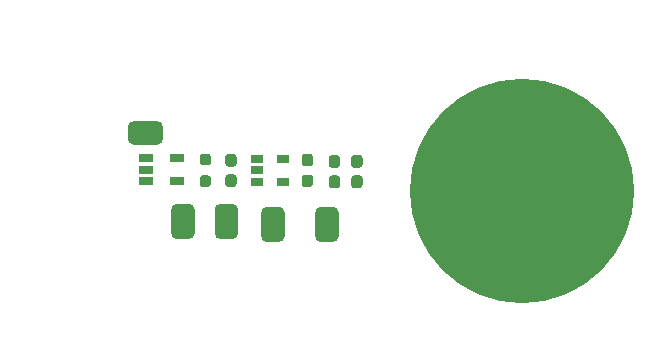
<source format=gbr>
%TF.GenerationSoftware,KiCad,Pcbnew,5.1.9*%
%TF.CreationDate,2021-05-01T17:54:34+02:00*%
%TF.ProjectId,LiPo_Circuit,4c69506f-5f43-4697-9263-7569742e6b69,rev?*%
%TF.SameCoordinates,Original*%
%TF.FileFunction,Paste,Top*%
%TF.FilePolarity,Positive*%
%FSLAX46Y46*%
G04 Gerber Fmt 4.6, Leading zero omitted, Abs format (unit mm)*
G04 Created by KiCad (PCBNEW 5.1.9) date 2021-05-01 17:54:34*
%MOMM*%
%LPD*%
G01*
G04 APERTURE LIST*
%ADD10C,19.000000*%
%ADD11R,1.220000X0.650000*%
%ADD12R,1.060000X0.650000*%
G04 APERTURE END LIST*
D10*
%TO.C,BatDummy1*%
X156083000Y-118999000D03*
%TD*%
%TO.C,C1*%
G36*
G01*
X131207500Y-115821000D02*
X131682500Y-115821000D01*
G75*
G02*
X131920000Y-116058500I0J-237500D01*
G01*
X131920000Y-116658500D01*
G75*
G02*
X131682500Y-116896000I-237500J0D01*
G01*
X131207500Y-116896000D01*
G75*
G02*
X130970000Y-116658500I0J237500D01*
G01*
X130970000Y-116058500D01*
G75*
G02*
X131207500Y-115821000I237500J0D01*
G01*
G37*
G36*
G01*
X131207500Y-117546000D02*
X131682500Y-117546000D01*
G75*
G02*
X131920000Y-117783500I0J-237500D01*
G01*
X131920000Y-118383500D01*
G75*
G02*
X131682500Y-118621000I-237500J0D01*
G01*
X131207500Y-118621000D01*
G75*
G02*
X130970000Y-118383500I0J237500D01*
G01*
X130970000Y-117783500D01*
G75*
G02*
X131207500Y-117546000I237500J0D01*
G01*
G37*
%TD*%
%TO.C,C2*%
G36*
G01*
X140445500Y-118721500D02*
X139970500Y-118721500D01*
G75*
G02*
X139733000Y-118484000I0J237500D01*
G01*
X139733000Y-117884000D01*
G75*
G02*
X139970500Y-117646500I237500J0D01*
G01*
X140445500Y-117646500D01*
G75*
G02*
X140683000Y-117884000I0J-237500D01*
G01*
X140683000Y-118484000D01*
G75*
G02*
X140445500Y-118721500I-237500J0D01*
G01*
G37*
G36*
G01*
X140445500Y-116996500D02*
X139970500Y-116996500D01*
G75*
G02*
X139733000Y-116759000I0J237500D01*
G01*
X139733000Y-116159000D01*
G75*
G02*
X139970500Y-115921500I237500J0D01*
G01*
X140445500Y-115921500D01*
G75*
G02*
X140683000Y-116159000I0J-237500D01*
G01*
X140683000Y-116759000D01*
G75*
G02*
X140445500Y-116996500I-237500J0D01*
G01*
G37*
%TD*%
%TO.C,C3*%
G36*
G01*
X142350500Y-116996500D02*
X141875500Y-116996500D01*
G75*
G02*
X141638000Y-116759000I0J237500D01*
G01*
X141638000Y-116159000D01*
G75*
G02*
X141875500Y-115921500I237500J0D01*
G01*
X142350500Y-115921500D01*
G75*
G02*
X142588000Y-116159000I0J-237500D01*
G01*
X142588000Y-116759000D01*
G75*
G02*
X142350500Y-116996500I-237500J0D01*
G01*
G37*
G36*
G01*
X142350500Y-118721500D02*
X141875500Y-118721500D01*
G75*
G02*
X141638000Y-118484000I0J237500D01*
G01*
X141638000Y-117884000D01*
G75*
G02*
X141875500Y-117646500I237500J0D01*
G01*
X142350500Y-117646500D01*
G75*
G02*
X142588000Y-117884000I0J-237500D01*
G01*
X142588000Y-118484000D01*
G75*
G02*
X142350500Y-118721500I-237500J0D01*
G01*
G37*
%TD*%
%TO.C,GND1*%
G36*
G01*
X131564000Y-123039000D02*
X130564000Y-123039000D01*
G75*
G02*
X130064000Y-122539000I0J500000D01*
G01*
X130064000Y-120539000D01*
G75*
G02*
X130564000Y-120039000I500000J0D01*
G01*
X131564000Y-120039000D01*
G75*
G02*
X132064000Y-120539000I0J-500000D01*
G01*
X132064000Y-122539000D01*
G75*
G02*
X131564000Y-123039000I-500000J0D01*
G01*
G37*
%TD*%
%TO.C,J_Bat+1*%
G36*
G01*
X135501000Y-123293000D02*
X134501000Y-123293000D01*
G75*
G02*
X134001000Y-122793000I0J500000D01*
G01*
X134001000Y-120793000D01*
G75*
G02*
X134501000Y-120293000I500000J0D01*
G01*
X135501000Y-120293000D01*
G75*
G02*
X136001000Y-120793000I0J-500000D01*
G01*
X136001000Y-122793000D01*
G75*
G02*
X135501000Y-123293000I-500000J0D01*
G01*
G37*
%TD*%
%TO.C,J_CHG+1*%
G36*
G01*
X127881000Y-123039000D02*
X126881000Y-123039000D01*
G75*
G02*
X126381000Y-122539000I0J500000D01*
G01*
X126381000Y-120539000D01*
G75*
G02*
X126881000Y-120039000I500000J0D01*
G01*
X127881000Y-120039000D01*
G75*
G02*
X128381000Y-120539000I0J-500000D01*
G01*
X128381000Y-122539000D01*
G75*
G02*
X127881000Y-123039000I-500000J0D01*
G01*
G37*
%TD*%
%TO.C,J_ChgStat1*%
G36*
G01*
X125706000Y-113546000D02*
X125706000Y-114546000D01*
G75*
G02*
X125206000Y-115046000I-500000J0D01*
G01*
X123206000Y-115046000D01*
G75*
G02*
X122706000Y-114546000I0J500000D01*
G01*
X122706000Y-113546000D01*
G75*
G02*
X123206000Y-113046000I500000J0D01*
G01*
X125206000Y-113046000D01*
G75*
G02*
X125706000Y-113546000I0J-500000D01*
G01*
G37*
%TD*%
%TO.C,J_PowOut1*%
G36*
G01*
X140073000Y-123293000D02*
X139073000Y-123293000D01*
G75*
G02*
X138573000Y-122793000I0J500000D01*
G01*
X138573000Y-120793000D01*
G75*
G02*
X139073000Y-120293000I500000J0D01*
G01*
X140073000Y-120293000D01*
G75*
G02*
X140573000Y-120793000I0J-500000D01*
G01*
X140573000Y-122793000D01*
G75*
G02*
X140073000Y-123293000I-500000J0D01*
G01*
G37*
%TD*%
%TO.C,L1*%
G36*
G01*
X138159500Y-118621000D02*
X137684500Y-118621000D01*
G75*
G02*
X137447000Y-118383500I0J237500D01*
G01*
X137447000Y-117808500D01*
G75*
G02*
X137684500Y-117571000I237500J0D01*
G01*
X138159500Y-117571000D01*
G75*
G02*
X138397000Y-117808500I0J-237500D01*
G01*
X138397000Y-118383500D01*
G75*
G02*
X138159500Y-118621000I-237500J0D01*
G01*
G37*
G36*
G01*
X138159500Y-116871000D02*
X137684500Y-116871000D01*
G75*
G02*
X137447000Y-116633500I0J237500D01*
G01*
X137447000Y-116058500D01*
G75*
G02*
X137684500Y-115821000I237500J0D01*
G01*
X138159500Y-115821000D01*
G75*
G02*
X138397000Y-116058500I0J-237500D01*
G01*
X138397000Y-116633500D01*
G75*
G02*
X138159500Y-116871000I-237500J0D01*
G01*
G37*
%TD*%
%TO.C,R1*%
G36*
G01*
X129523500Y-118621000D02*
X129048500Y-118621000D01*
G75*
G02*
X128811000Y-118383500I0J237500D01*
G01*
X128811000Y-117883500D01*
G75*
G02*
X129048500Y-117646000I237500J0D01*
G01*
X129523500Y-117646000D01*
G75*
G02*
X129761000Y-117883500I0J-237500D01*
G01*
X129761000Y-118383500D01*
G75*
G02*
X129523500Y-118621000I-237500J0D01*
G01*
G37*
G36*
G01*
X129523500Y-116796000D02*
X129048500Y-116796000D01*
G75*
G02*
X128811000Y-116558500I0J237500D01*
G01*
X128811000Y-116058500D01*
G75*
G02*
X129048500Y-115821000I237500J0D01*
G01*
X129523500Y-115821000D01*
G75*
G02*
X129761000Y-116058500I0J-237500D01*
G01*
X129761000Y-116558500D01*
G75*
G02*
X129523500Y-116796000I-237500J0D01*
G01*
G37*
%TD*%
D11*
%TO.C,U1*%
X124253000Y-116205000D03*
X124253000Y-117155000D03*
X124253000Y-118105000D03*
X126873000Y-118105000D03*
X126873000Y-116205000D03*
%TD*%
D12*
%TO.C,U2*%
X133647000Y-116271000D03*
X133647000Y-117221000D03*
X133647000Y-118171000D03*
X135847000Y-118171000D03*
X135847000Y-116271000D03*
%TD*%
M02*

</source>
